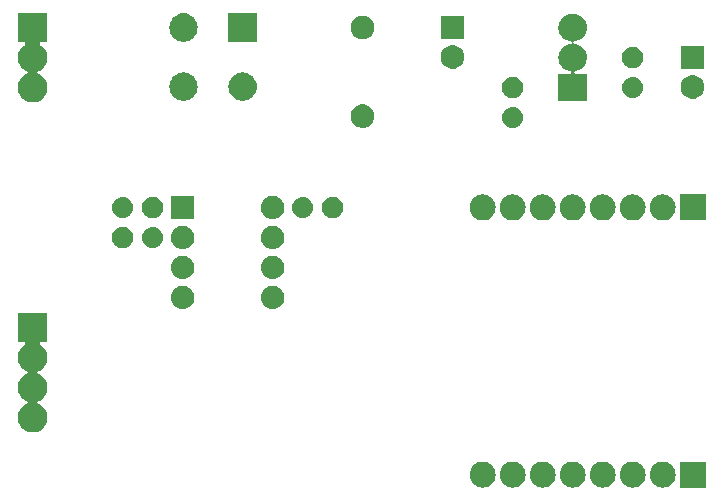
<source format=gbr>
G04 #@! TF.GenerationSoftware,KiCad,Pcbnew,(5.0.1-3-g963ef8bb5)*
G04 #@! TF.CreationDate,2018-12-14T14:37:57+01:00*
G04 #@! TF.ProjectId,WifiDoorBell-D1-mini,57696669446F6F7242656C6C2D44312D,1*
G04 #@! TF.SameCoordinates,Original*
G04 #@! TF.FileFunction,Soldermask,Top*
G04 #@! TF.FilePolarity,Negative*
%FSLAX46Y46*%
G04 Gerber Fmt 4.6, Leading zero omitted, Abs format (unit mm)*
G04 Created by KiCad (PCBNEW (5.0.1-3-g963ef8bb5)) date Freitag, 14. Dezember 2018 um 14:37:57*
%MOMM*%
%LPD*%
G01*
G04 APERTURE LIST*
%ADD10C,0.100000*%
G04 APERTURE END LIST*
D10*
G36*
X120480000Y-120230696D02*
X118280000Y-120230696D01*
X118280000Y-118030696D01*
X120480000Y-118030696D01*
X120480000Y-120230696D01*
X120480000Y-120230696D01*
G37*
G36*
X117055639Y-118046612D02*
X117262986Y-118109511D01*
X117262988Y-118109512D01*
X117454084Y-118211654D01*
X117621581Y-118349115D01*
X117759042Y-118516612D01*
X117861184Y-118707708D01*
X117924084Y-118915058D01*
X117945322Y-119130696D01*
X117924084Y-119346334D01*
X117861184Y-119553684D01*
X117759042Y-119744780D01*
X117621581Y-119912277D01*
X117454084Y-120049738D01*
X117262988Y-120151880D01*
X117262986Y-120151881D01*
X117055639Y-120214780D01*
X116894038Y-120230696D01*
X116785962Y-120230696D01*
X116624361Y-120214780D01*
X116417014Y-120151881D01*
X116417012Y-120151880D01*
X116225916Y-120049738D01*
X116058419Y-119912277D01*
X115920958Y-119744780D01*
X115818816Y-119553684D01*
X115755916Y-119346334D01*
X115734678Y-119130696D01*
X115755916Y-118915058D01*
X115818816Y-118707708D01*
X115920958Y-118516612D01*
X116058419Y-118349115D01*
X116225916Y-118211654D01*
X116417012Y-118109512D01*
X116417014Y-118109511D01*
X116624361Y-118046612D01*
X116785962Y-118030696D01*
X116894038Y-118030696D01*
X117055639Y-118046612D01*
X117055639Y-118046612D01*
G37*
G36*
X114515639Y-118046612D02*
X114722986Y-118109511D01*
X114722988Y-118109512D01*
X114914084Y-118211654D01*
X115081581Y-118349115D01*
X115219042Y-118516612D01*
X115321184Y-118707708D01*
X115384084Y-118915058D01*
X115405322Y-119130696D01*
X115384084Y-119346334D01*
X115321184Y-119553684D01*
X115219042Y-119744780D01*
X115081581Y-119912277D01*
X114914084Y-120049738D01*
X114722988Y-120151880D01*
X114722986Y-120151881D01*
X114515639Y-120214780D01*
X114354038Y-120230696D01*
X114245962Y-120230696D01*
X114084361Y-120214780D01*
X113877014Y-120151881D01*
X113877012Y-120151880D01*
X113685916Y-120049738D01*
X113518419Y-119912277D01*
X113380958Y-119744780D01*
X113278816Y-119553684D01*
X113215916Y-119346334D01*
X113194678Y-119130696D01*
X113215916Y-118915058D01*
X113278816Y-118707708D01*
X113380958Y-118516612D01*
X113518419Y-118349115D01*
X113685916Y-118211654D01*
X113877012Y-118109512D01*
X113877014Y-118109511D01*
X114084361Y-118046612D01*
X114245962Y-118030696D01*
X114354038Y-118030696D01*
X114515639Y-118046612D01*
X114515639Y-118046612D01*
G37*
G36*
X111975639Y-118046612D02*
X112182986Y-118109511D01*
X112182988Y-118109512D01*
X112374084Y-118211654D01*
X112541581Y-118349115D01*
X112679042Y-118516612D01*
X112781184Y-118707708D01*
X112844084Y-118915058D01*
X112865322Y-119130696D01*
X112844084Y-119346334D01*
X112781184Y-119553684D01*
X112679042Y-119744780D01*
X112541581Y-119912277D01*
X112374084Y-120049738D01*
X112182988Y-120151880D01*
X112182986Y-120151881D01*
X111975639Y-120214780D01*
X111814038Y-120230696D01*
X111705962Y-120230696D01*
X111544361Y-120214780D01*
X111337014Y-120151881D01*
X111337012Y-120151880D01*
X111145916Y-120049738D01*
X110978419Y-119912277D01*
X110840958Y-119744780D01*
X110738816Y-119553684D01*
X110675916Y-119346334D01*
X110654678Y-119130696D01*
X110675916Y-118915058D01*
X110738816Y-118707708D01*
X110840958Y-118516612D01*
X110978419Y-118349115D01*
X111145916Y-118211654D01*
X111337012Y-118109512D01*
X111337014Y-118109511D01*
X111544361Y-118046612D01*
X111705962Y-118030696D01*
X111814038Y-118030696D01*
X111975639Y-118046612D01*
X111975639Y-118046612D01*
G37*
G36*
X109435639Y-118046612D02*
X109642986Y-118109511D01*
X109642988Y-118109512D01*
X109834084Y-118211654D01*
X110001581Y-118349115D01*
X110139042Y-118516612D01*
X110241184Y-118707708D01*
X110304084Y-118915058D01*
X110325322Y-119130696D01*
X110304084Y-119346334D01*
X110241184Y-119553684D01*
X110139042Y-119744780D01*
X110001581Y-119912277D01*
X109834084Y-120049738D01*
X109642988Y-120151880D01*
X109642986Y-120151881D01*
X109435639Y-120214780D01*
X109274038Y-120230696D01*
X109165962Y-120230696D01*
X109004361Y-120214780D01*
X108797014Y-120151881D01*
X108797012Y-120151880D01*
X108605916Y-120049738D01*
X108438419Y-119912277D01*
X108300958Y-119744780D01*
X108198816Y-119553684D01*
X108135916Y-119346334D01*
X108114678Y-119130696D01*
X108135916Y-118915058D01*
X108198816Y-118707708D01*
X108300958Y-118516612D01*
X108438419Y-118349115D01*
X108605916Y-118211654D01*
X108797012Y-118109512D01*
X108797014Y-118109511D01*
X109004361Y-118046612D01*
X109165962Y-118030696D01*
X109274038Y-118030696D01*
X109435639Y-118046612D01*
X109435639Y-118046612D01*
G37*
G36*
X106895639Y-118046612D02*
X107102986Y-118109511D01*
X107102988Y-118109512D01*
X107294084Y-118211654D01*
X107461581Y-118349115D01*
X107599042Y-118516612D01*
X107701184Y-118707708D01*
X107764084Y-118915058D01*
X107785322Y-119130696D01*
X107764084Y-119346334D01*
X107701184Y-119553684D01*
X107599042Y-119744780D01*
X107461581Y-119912277D01*
X107294084Y-120049738D01*
X107102988Y-120151880D01*
X107102986Y-120151881D01*
X106895639Y-120214780D01*
X106734038Y-120230696D01*
X106625962Y-120230696D01*
X106464361Y-120214780D01*
X106257014Y-120151881D01*
X106257012Y-120151880D01*
X106065916Y-120049738D01*
X105898419Y-119912277D01*
X105760958Y-119744780D01*
X105658816Y-119553684D01*
X105595916Y-119346334D01*
X105574678Y-119130696D01*
X105595916Y-118915058D01*
X105658816Y-118707708D01*
X105760958Y-118516612D01*
X105898419Y-118349115D01*
X106065916Y-118211654D01*
X106257012Y-118109512D01*
X106257014Y-118109511D01*
X106464361Y-118046612D01*
X106625962Y-118030696D01*
X106734038Y-118030696D01*
X106895639Y-118046612D01*
X106895639Y-118046612D01*
G37*
G36*
X104355639Y-118046612D02*
X104562986Y-118109511D01*
X104562988Y-118109512D01*
X104754084Y-118211654D01*
X104921581Y-118349115D01*
X105059042Y-118516612D01*
X105161184Y-118707708D01*
X105224084Y-118915058D01*
X105245322Y-119130696D01*
X105224084Y-119346334D01*
X105161184Y-119553684D01*
X105059042Y-119744780D01*
X104921581Y-119912277D01*
X104754084Y-120049738D01*
X104562988Y-120151880D01*
X104562986Y-120151881D01*
X104355639Y-120214780D01*
X104194038Y-120230696D01*
X104085962Y-120230696D01*
X103924361Y-120214780D01*
X103717014Y-120151881D01*
X103717012Y-120151880D01*
X103525916Y-120049738D01*
X103358419Y-119912277D01*
X103220958Y-119744780D01*
X103118816Y-119553684D01*
X103055916Y-119346334D01*
X103034678Y-119130696D01*
X103055916Y-118915058D01*
X103118816Y-118707708D01*
X103220958Y-118516612D01*
X103358419Y-118349115D01*
X103525916Y-118211654D01*
X103717012Y-118109512D01*
X103717014Y-118109511D01*
X103924361Y-118046612D01*
X104085962Y-118030696D01*
X104194038Y-118030696D01*
X104355639Y-118046612D01*
X104355639Y-118046612D01*
G37*
G36*
X101815639Y-118046612D02*
X102022986Y-118109511D01*
X102022988Y-118109512D01*
X102214084Y-118211654D01*
X102381581Y-118349115D01*
X102519042Y-118516612D01*
X102621184Y-118707708D01*
X102684084Y-118915058D01*
X102705322Y-119130696D01*
X102684084Y-119346334D01*
X102621184Y-119553684D01*
X102519042Y-119744780D01*
X102381581Y-119912277D01*
X102214084Y-120049738D01*
X102022988Y-120151880D01*
X102022986Y-120151881D01*
X101815639Y-120214780D01*
X101654038Y-120230696D01*
X101545962Y-120230696D01*
X101384361Y-120214780D01*
X101177014Y-120151881D01*
X101177012Y-120151880D01*
X100985916Y-120049738D01*
X100818419Y-119912277D01*
X100680958Y-119744780D01*
X100578816Y-119553684D01*
X100515916Y-119346334D01*
X100494678Y-119130696D01*
X100515916Y-118915058D01*
X100578816Y-118707708D01*
X100680958Y-118516612D01*
X100818419Y-118349115D01*
X100985916Y-118211654D01*
X101177012Y-118109512D01*
X101177014Y-118109511D01*
X101384361Y-118046612D01*
X101545962Y-118030696D01*
X101654038Y-118030696D01*
X101815639Y-118046612D01*
X101815639Y-118046612D01*
G37*
G36*
X64750000Y-107930000D02*
X64231389Y-107930000D01*
X64207003Y-107932402D01*
X64183554Y-107939515D01*
X64161943Y-107951066D01*
X64143001Y-107966612D01*
X64127455Y-107985554D01*
X64115904Y-108007165D01*
X64108791Y-108030614D01*
X64106389Y-108055000D01*
X64108791Y-108079386D01*
X64115904Y-108102835D01*
X64127455Y-108124446D01*
X64143001Y-108143388D01*
X64161942Y-108158934D01*
X64296832Y-108249065D01*
X64470936Y-108423169D01*
X64607736Y-108627904D01*
X64701963Y-108855388D01*
X64750000Y-109096885D01*
X64750000Y-109343115D01*
X64701963Y-109584612D01*
X64607736Y-109812096D01*
X64470936Y-110016831D01*
X64296831Y-110190936D01*
X64092096Y-110327736D01*
X63979161Y-110374515D01*
X63957550Y-110386066D01*
X63938608Y-110401611D01*
X63923062Y-110420554D01*
X63911511Y-110442164D01*
X63904398Y-110465613D01*
X63901996Y-110490000D01*
X63904398Y-110514386D01*
X63911511Y-110537835D01*
X63923062Y-110559446D01*
X63938607Y-110578388D01*
X63957550Y-110593934D01*
X63979161Y-110605485D01*
X64092096Y-110652264D01*
X64296831Y-110789064D01*
X64470936Y-110963169D01*
X64607736Y-111167904D01*
X64701963Y-111395388D01*
X64750000Y-111636885D01*
X64750000Y-111883115D01*
X64701963Y-112124612D01*
X64607736Y-112352096D01*
X64470936Y-112556831D01*
X64296831Y-112730936D01*
X64092096Y-112867736D01*
X63979161Y-112914515D01*
X63957550Y-112926066D01*
X63938608Y-112941611D01*
X63923062Y-112960554D01*
X63911511Y-112982164D01*
X63904398Y-113005613D01*
X63901996Y-113030000D01*
X63904398Y-113054386D01*
X63911511Y-113077835D01*
X63923062Y-113099446D01*
X63938607Y-113118388D01*
X63957550Y-113133934D01*
X63979161Y-113145485D01*
X64092096Y-113192264D01*
X64296831Y-113329064D01*
X64470936Y-113503169D01*
X64607736Y-113707904D01*
X64701963Y-113935388D01*
X64750000Y-114176885D01*
X64750000Y-114423115D01*
X64701963Y-114664612D01*
X64607736Y-114892096D01*
X64470936Y-115096831D01*
X64296831Y-115270936D01*
X64092096Y-115407736D01*
X63864612Y-115501963D01*
X63623115Y-115550000D01*
X63376885Y-115550000D01*
X63135388Y-115501963D01*
X62907904Y-115407736D01*
X62703169Y-115270936D01*
X62529064Y-115096831D01*
X62392264Y-114892096D01*
X62298037Y-114664612D01*
X62250000Y-114423115D01*
X62250000Y-114176885D01*
X62298037Y-113935388D01*
X62392264Y-113707904D01*
X62529064Y-113503169D01*
X62703169Y-113329064D01*
X62907904Y-113192264D01*
X63020839Y-113145485D01*
X63042450Y-113133934D01*
X63061392Y-113118389D01*
X63076938Y-113099446D01*
X63088489Y-113077836D01*
X63095602Y-113054387D01*
X63098004Y-113030000D01*
X63095602Y-113005614D01*
X63088489Y-112982165D01*
X63076938Y-112960554D01*
X63061393Y-112941612D01*
X63042450Y-112926066D01*
X63020839Y-112914515D01*
X62907904Y-112867736D01*
X62703169Y-112730936D01*
X62529064Y-112556831D01*
X62392264Y-112352096D01*
X62298037Y-112124612D01*
X62250000Y-111883115D01*
X62250000Y-111636885D01*
X62298037Y-111395388D01*
X62392264Y-111167904D01*
X62529064Y-110963169D01*
X62703169Y-110789064D01*
X62907904Y-110652264D01*
X63020839Y-110605485D01*
X63042450Y-110593934D01*
X63061392Y-110578389D01*
X63076938Y-110559446D01*
X63088489Y-110537836D01*
X63095602Y-110514387D01*
X63098004Y-110490000D01*
X63095602Y-110465614D01*
X63088489Y-110442165D01*
X63076938Y-110420554D01*
X63061393Y-110401612D01*
X63042450Y-110386066D01*
X63020839Y-110374515D01*
X62907904Y-110327736D01*
X62703169Y-110190936D01*
X62529064Y-110016831D01*
X62392264Y-109812096D01*
X62298037Y-109584612D01*
X62250000Y-109343115D01*
X62250000Y-109096885D01*
X62298037Y-108855388D01*
X62392264Y-108627904D01*
X62529064Y-108423169D01*
X62703168Y-108249065D01*
X62838058Y-108158934D01*
X62857000Y-108143388D01*
X62872545Y-108124446D01*
X62884096Y-108102835D01*
X62891209Y-108079386D01*
X62893611Y-108055000D01*
X62891209Y-108030613D01*
X62884096Y-108007164D01*
X62872545Y-107985553D01*
X62856999Y-107966611D01*
X62838057Y-107951066D01*
X62816446Y-107939515D01*
X62792997Y-107932402D01*
X62768611Y-107930000D01*
X62250000Y-107930000D01*
X62250000Y-105430000D01*
X64750000Y-105430000D01*
X64750000Y-107930000D01*
X64750000Y-107930000D01*
G37*
G36*
X84016030Y-103154469D02*
X84016033Y-103154470D01*
X84016034Y-103154470D01*
X84204535Y-103211651D01*
X84204537Y-103211652D01*
X84378260Y-103304509D01*
X84530528Y-103429472D01*
X84655491Y-103581740D01*
X84748348Y-103755463D01*
X84805531Y-103943970D01*
X84824838Y-104140000D01*
X84805531Y-104336030D01*
X84748348Y-104524537D01*
X84655491Y-104698260D01*
X84530528Y-104850528D01*
X84378260Y-104975491D01*
X84378258Y-104975492D01*
X84204535Y-105068349D01*
X84016034Y-105125530D01*
X84016033Y-105125530D01*
X84016030Y-105125531D01*
X83869124Y-105140000D01*
X83770876Y-105140000D01*
X83623970Y-105125531D01*
X83623967Y-105125530D01*
X83623966Y-105125530D01*
X83435465Y-105068349D01*
X83261742Y-104975492D01*
X83261740Y-104975491D01*
X83109472Y-104850528D01*
X82984509Y-104698260D01*
X82891652Y-104524537D01*
X82834469Y-104336030D01*
X82815162Y-104140000D01*
X82834469Y-103943970D01*
X82891652Y-103755463D01*
X82984509Y-103581740D01*
X83109472Y-103429472D01*
X83261740Y-103304509D01*
X83435463Y-103211652D01*
X83435465Y-103211651D01*
X83623966Y-103154470D01*
X83623967Y-103154470D01*
X83623970Y-103154469D01*
X83770876Y-103140000D01*
X83869124Y-103140000D01*
X84016030Y-103154469D01*
X84016030Y-103154469D01*
G37*
G36*
X76396030Y-103154469D02*
X76396033Y-103154470D01*
X76396034Y-103154470D01*
X76584535Y-103211651D01*
X76584537Y-103211652D01*
X76758260Y-103304509D01*
X76910528Y-103429472D01*
X77035491Y-103581740D01*
X77128348Y-103755463D01*
X77185531Y-103943970D01*
X77204838Y-104140000D01*
X77185531Y-104336030D01*
X77128348Y-104524537D01*
X77035491Y-104698260D01*
X76910528Y-104850528D01*
X76758260Y-104975491D01*
X76758258Y-104975492D01*
X76584535Y-105068349D01*
X76396034Y-105125530D01*
X76396033Y-105125530D01*
X76396030Y-105125531D01*
X76249124Y-105140000D01*
X76150876Y-105140000D01*
X76003970Y-105125531D01*
X76003967Y-105125530D01*
X76003966Y-105125530D01*
X75815465Y-105068349D01*
X75641742Y-104975492D01*
X75641740Y-104975491D01*
X75489472Y-104850528D01*
X75364509Y-104698260D01*
X75271652Y-104524537D01*
X75214469Y-104336030D01*
X75195162Y-104140000D01*
X75214469Y-103943970D01*
X75271652Y-103755463D01*
X75364509Y-103581740D01*
X75489472Y-103429472D01*
X75641740Y-103304509D01*
X75815463Y-103211652D01*
X75815465Y-103211651D01*
X76003966Y-103154470D01*
X76003967Y-103154470D01*
X76003970Y-103154469D01*
X76150876Y-103140000D01*
X76249124Y-103140000D01*
X76396030Y-103154469D01*
X76396030Y-103154469D01*
G37*
G36*
X84016030Y-100614469D02*
X84016033Y-100614470D01*
X84016034Y-100614470D01*
X84204535Y-100671651D01*
X84204537Y-100671652D01*
X84378260Y-100764509D01*
X84530528Y-100889472D01*
X84655491Y-101041740D01*
X84748348Y-101215463D01*
X84805531Y-101403970D01*
X84824838Y-101600000D01*
X84805531Y-101796030D01*
X84748348Y-101984537D01*
X84655491Y-102158260D01*
X84530528Y-102310528D01*
X84378260Y-102435491D01*
X84378258Y-102435492D01*
X84204535Y-102528349D01*
X84016034Y-102585530D01*
X84016033Y-102585530D01*
X84016030Y-102585531D01*
X83869124Y-102600000D01*
X83770876Y-102600000D01*
X83623970Y-102585531D01*
X83623967Y-102585530D01*
X83623966Y-102585530D01*
X83435465Y-102528349D01*
X83261742Y-102435492D01*
X83261740Y-102435491D01*
X83109472Y-102310528D01*
X82984509Y-102158260D01*
X82891652Y-101984537D01*
X82834469Y-101796030D01*
X82815162Y-101600000D01*
X82834469Y-101403970D01*
X82891652Y-101215463D01*
X82984509Y-101041740D01*
X83109472Y-100889472D01*
X83261740Y-100764509D01*
X83435463Y-100671652D01*
X83435465Y-100671651D01*
X83623966Y-100614470D01*
X83623967Y-100614470D01*
X83623970Y-100614469D01*
X83770876Y-100600000D01*
X83869124Y-100600000D01*
X84016030Y-100614469D01*
X84016030Y-100614469D01*
G37*
G36*
X76396030Y-100614469D02*
X76396033Y-100614470D01*
X76396034Y-100614470D01*
X76584535Y-100671651D01*
X76584537Y-100671652D01*
X76758260Y-100764509D01*
X76910528Y-100889472D01*
X77035491Y-101041740D01*
X77128348Y-101215463D01*
X77185531Y-101403970D01*
X77204838Y-101600000D01*
X77185531Y-101796030D01*
X77128348Y-101984537D01*
X77035491Y-102158260D01*
X76910528Y-102310528D01*
X76758260Y-102435491D01*
X76758258Y-102435492D01*
X76584535Y-102528349D01*
X76396034Y-102585530D01*
X76396033Y-102585530D01*
X76396030Y-102585531D01*
X76249124Y-102600000D01*
X76150876Y-102600000D01*
X76003970Y-102585531D01*
X76003967Y-102585530D01*
X76003966Y-102585530D01*
X75815465Y-102528349D01*
X75641742Y-102435492D01*
X75641740Y-102435491D01*
X75489472Y-102310528D01*
X75364509Y-102158260D01*
X75271652Y-101984537D01*
X75214469Y-101796030D01*
X75195162Y-101600000D01*
X75214469Y-101403970D01*
X75271652Y-101215463D01*
X75364509Y-101041740D01*
X75489472Y-100889472D01*
X75641740Y-100764509D01*
X75815463Y-100671652D01*
X75815465Y-100671651D01*
X76003966Y-100614470D01*
X76003967Y-100614470D01*
X76003970Y-100614469D01*
X76150876Y-100600000D01*
X76249124Y-100600000D01*
X76396030Y-100614469D01*
X76396030Y-100614469D01*
G37*
G36*
X84016030Y-98074469D02*
X84016033Y-98074470D01*
X84016034Y-98074470D01*
X84204535Y-98131651D01*
X84204537Y-98131652D01*
X84378260Y-98224509D01*
X84530528Y-98349472D01*
X84655491Y-98501740D01*
X84655492Y-98501742D01*
X84748349Y-98675465D01*
X84805530Y-98863966D01*
X84805531Y-98863970D01*
X84824838Y-99060000D01*
X84805531Y-99256030D01*
X84805530Y-99256033D01*
X84805530Y-99256034D01*
X84785362Y-99322520D01*
X84748348Y-99444537D01*
X84655491Y-99618260D01*
X84530528Y-99770528D01*
X84378260Y-99895491D01*
X84281935Y-99946978D01*
X84204535Y-99988349D01*
X84016034Y-100045530D01*
X84016033Y-100045530D01*
X84016030Y-100045531D01*
X83869124Y-100060000D01*
X83770876Y-100060000D01*
X83623970Y-100045531D01*
X83623967Y-100045530D01*
X83623966Y-100045530D01*
X83435465Y-99988349D01*
X83358065Y-99946978D01*
X83261740Y-99895491D01*
X83109472Y-99770528D01*
X82984509Y-99618260D01*
X82891652Y-99444537D01*
X82854639Y-99322520D01*
X82834470Y-99256034D01*
X82834470Y-99256033D01*
X82834469Y-99256030D01*
X82815162Y-99060000D01*
X82834469Y-98863970D01*
X82834470Y-98863966D01*
X82891651Y-98675465D01*
X82984508Y-98501742D01*
X82984509Y-98501740D01*
X83109472Y-98349472D01*
X83261740Y-98224509D01*
X83435463Y-98131652D01*
X83435465Y-98131651D01*
X83623966Y-98074470D01*
X83623967Y-98074470D01*
X83623970Y-98074469D01*
X83770876Y-98060000D01*
X83869124Y-98060000D01*
X84016030Y-98074469D01*
X84016030Y-98074469D01*
G37*
G36*
X76396030Y-98074469D02*
X76396033Y-98074470D01*
X76396034Y-98074470D01*
X76584535Y-98131651D01*
X76584537Y-98131652D01*
X76758260Y-98224509D01*
X76910528Y-98349472D01*
X77035491Y-98501740D01*
X77035492Y-98501742D01*
X77128349Y-98675465D01*
X77185530Y-98863966D01*
X77185531Y-98863970D01*
X77204838Y-99060000D01*
X77185531Y-99256030D01*
X77185530Y-99256033D01*
X77185530Y-99256034D01*
X77165362Y-99322520D01*
X77128348Y-99444537D01*
X77035491Y-99618260D01*
X76910528Y-99770528D01*
X76758260Y-99895491D01*
X76661935Y-99946978D01*
X76584535Y-99988349D01*
X76396034Y-100045530D01*
X76396033Y-100045530D01*
X76396030Y-100045531D01*
X76249124Y-100060000D01*
X76150876Y-100060000D01*
X76003970Y-100045531D01*
X76003967Y-100045530D01*
X76003966Y-100045530D01*
X75815465Y-99988349D01*
X75738065Y-99946978D01*
X75641740Y-99895491D01*
X75489472Y-99770528D01*
X75364509Y-99618260D01*
X75271652Y-99444537D01*
X75234639Y-99322520D01*
X75214470Y-99256034D01*
X75214470Y-99256033D01*
X75214469Y-99256030D01*
X75195162Y-99060000D01*
X75214469Y-98863970D01*
X75214470Y-98863966D01*
X75271651Y-98675465D01*
X75364508Y-98501742D01*
X75364509Y-98501740D01*
X75489472Y-98349472D01*
X75641740Y-98224509D01*
X75815463Y-98131652D01*
X75815465Y-98131651D01*
X76003966Y-98074470D01*
X76003967Y-98074470D01*
X76003970Y-98074469D01*
X76150876Y-98060000D01*
X76249124Y-98060000D01*
X76396030Y-98074469D01*
X76396030Y-98074469D01*
G37*
G36*
X73836432Y-98173022D02*
X74006081Y-98224485D01*
X74162433Y-98308056D01*
X74299475Y-98420525D01*
X74411944Y-98557567D01*
X74495515Y-98713919D01*
X74546978Y-98883568D01*
X74564354Y-99060000D01*
X74546978Y-99236432D01*
X74495515Y-99406081D01*
X74411944Y-99562433D01*
X74299475Y-99699475D01*
X74162433Y-99811944D01*
X74006081Y-99895515D01*
X73836432Y-99946978D01*
X73704211Y-99960000D01*
X73615789Y-99960000D01*
X73483568Y-99946978D01*
X73313919Y-99895515D01*
X73157567Y-99811944D01*
X73020525Y-99699475D01*
X72908056Y-99562433D01*
X72824485Y-99406081D01*
X72773022Y-99236432D01*
X72755646Y-99060000D01*
X72773022Y-98883568D01*
X72824485Y-98713919D01*
X72908056Y-98557567D01*
X73020525Y-98420525D01*
X73157567Y-98308056D01*
X73313919Y-98224485D01*
X73483568Y-98173022D01*
X73615789Y-98160000D01*
X73704211Y-98160000D01*
X73836432Y-98173022D01*
X73836432Y-98173022D01*
G37*
G36*
X71382521Y-98194586D02*
X71546309Y-98262429D01*
X71693720Y-98360926D01*
X71819074Y-98486280D01*
X71917571Y-98633691D01*
X71985414Y-98797479D01*
X72020000Y-98971356D01*
X72020000Y-99148644D01*
X71985414Y-99322521D01*
X71917571Y-99486309D01*
X71819074Y-99633720D01*
X71693720Y-99759074D01*
X71546309Y-99857571D01*
X71382521Y-99925414D01*
X71208644Y-99960000D01*
X71031356Y-99960000D01*
X70857479Y-99925414D01*
X70693691Y-99857571D01*
X70546280Y-99759074D01*
X70420926Y-99633720D01*
X70322429Y-99486309D01*
X70254586Y-99322521D01*
X70220000Y-99148644D01*
X70220000Y-98971356D01*
X70254586Y-98797479D01*
X70322429Y-98633691D01*
X70420926Y-98486280D01*
X70546280Y-98360926D01*
X70693691Y-98262429D01*
X70857479Y-98194586D01*
X71031356Y-98160000D01*
X71208644Y-98160000D01*
X71382521Y-98194586D01*
X71382521Y-98194586D01*
G37*
G36*
X111975639Y-95435916D02*
X112182986Y-95498815D01*
X112182988Y-95498816D01*
X112374084Y-95600958D01*
X112541581Y-95738419D01*
X112679042Y-95905916D01*
X112779408Y-96093690D01*
X112781185Y-96097014D01*
X112844084Y-96304361D01*
X112865322Y-96520000D01*
X112844084Y-96735639D01*
X112792849Y-96904537D01*
X112781184Y-96942988D01*
X112679042Y-97134084D01*
X112541581Y-97301581D01*
X112374084Y-97439042D01*
X112182988Y-97541184D01*
X112182986Y-97541185D01*
X111975639Y-97604084D01*
X111814038Y-97620000D01*
X111705962Y-97620000D01*
X111544361Y-97604084D01*
X111337014Y-97541185D01*
X111337012Y-97541184D01*
X111145916Y-97439042D01*
X110978419Y-97301581D01*
X110840958Y-97134084D01*
X110738816Y-96942988D01*
X110727152Y-96904537D01*
X110675916Y-96735639D01*
X110654678Y-96520000D01*
X110675916Y-96304361D01*
X110738815Y-96097014D01*
X110740592Y-96093690D01*
X110840958Y-95905916D01*
X110978419Y-95738419D01*
X111145916Y-95600958D01*
X111337012Y-95498816D01*
X111337014Y-95498815D01*
X111544361Y-95435916D01*
X111705962Y-95420000D01*
X111814038Y-95420000D01*
X111975639Y-95435916D01*
X111975639Y-95435916D01*
G37*
G36*
X120480000Y-97620000D02*
X118280000Y-97620000D01*
X118280000Y-95420000D01*
X120480000Y-95420000D01*
X120480000Y-97620000D01*
X120480000Y-97620000D01*
G37*
G36*
X117055639Y-95435916D02*
X117262986Y-95498815D01*
X117262988Y-95498816D01*
X117454084Y-95600958D01*
X117621581Y-95738419D01*
X117759042Y-95905916D01*
X117859408Y-96093690D01*
X117861185Y-96097014D01*
X117924084Y-96304361D01*
X117945322Y-96520000D01*
X117924084Y-96735639D01*
X117872849Y-96904537D01*
X117861184Y-96942988D01*
X117759042Y-97134084D01*
X117621581Y-97301581D01*
X117454084Y-97439042D01*
X117262988Y-97541184D01*
X117262986Y-97541185D01*
X117055639Y-97604084D01*
X116894038Y-97620000D01*
X116785962Y-97620000D01*
X116624361Y-97604084D01*
X116417014Y-97541185D01*
X116417012Y-97541184D01*
X116225916Y-97439042D01*
X116058419Y-97301581D01*
X115920958Y-97134084D01*
X115818816Y-96942988D01*
X115807152Y-96904537D01*
X115755916Y-96735639D01*
X115734678Y-96520000D01*
X115755916Y-96304361D01*
X115818815Y-96097014D01*
X115820592Y-96093690D01*
X115920958Y-95905916D01*
X116058419Y-95738419D01*
X116225916Y-95600958D01*
X116417012Y-95498816D01*
X116417014Y-95498815D01*
X116624361Y-95435916D01*
X116785962Y-95420000D01*
X116894038Y-95420000D01*
X117055639Y-95435916D01*
X117055639Y-95435916D01*
G37*
G36*
X114515639Y-95435916D02*
X114722986Y-95498815D01*
X114722988Y-95498816D01*
X114914084Y-95600958D01*
X115081581Y-95738419D01*
X115219042Y-95905916D01*
X115319408Y-96093690D01*
X115321185Y-96097014D01*
X115384084Y-96304361D01*
X115405322Y-96520000D01*
X115384084Y-96735639D01*
X115332849Y-96904537D01*
X115321184Y-96942988D01*
X115219042Y-97134084D01*
X115081581Y-97301581D01*
X114914084Y-97439042D01*
X114722988Y-97541184D01*
X114722986Y-97541185D01*
X114515639Y-97604084D01*
X114354038Y-97620000D01*
X114245962Y-97620000D01*
X114084361Y-97604084D01*
X113877014Y-97541185D01*
X113877012Y-97541184D01*
X113685916Y-97439042D01*
X113518419Y-97301581D01*
X113380958Y-97134084D01*
X113278816Y-96942988D01*
X113267152Y-96904537D01*
X113215916Y-96735639D01*
X113194678Y-96520000D01*
X113215916Y-96304361D01*
X113278815Y-96097014D01*
X113280592Y-96093690D01*
X113380958Y-95905916D01*
X113518419Y-95738419D01*
X113685916Y-95600958D01*
X113877012Y-95498816D01*
X113877014Y-95498815D01*
X114084361Y-95435916D01*
X114245962Y-95420000D01*
X114354038Y-95420000D01*
X114515639Y-95435916D01*
X114515639Y-95435916D01*
G37*
G36*
X109435639Y-95435916D02*
X109642986Y-95498815D01*
X109642988Y-95498816D01*
X109834084Y-95600958D01*
X110001581Y-95738419D01*
X110139042Y-95905916D01*
X110239408Y-96093690D01*
X110241185Y-96097014D01*
X110304084Y-96304361D01*
X110325322Y-96520000D01*
X110304084Y-96735639D01*
X110252849Y-96904537D01*
X110241184Y-96942988D01*
X110139042Y-97134084D01*
X110001581Y-97301581D01*
X109834084Y-97439042D01*
X109642988Y-97541184D01*
X109642986Y-97541185D01*
X109435639Y-97604084D01*
X109274038Y-97620000D01*
X109165962Y-97620000D01*
X109004361Y-97604084D01*
X108797014Y-97541185D01*
X108797012Y-97541184D01*
X108605916Y-97439042D01*
X108438419Y-97301581D01*
X108300958Y-97134084D01*
X108198816Y-96942988D01*
X108187152Y-96904537D01*
X108135916Y-96735639D01*
X108114678Y-96520000D01*
X108135916Y-96304361D01*
X108198815Y-96097014D01*
X108200592Y-96093690D01*
X108300958Y-95905916D01*
X108438419Y-95738419D01*
X108605916Y-95600958D01*
X108797012Y-95498816D01*
X108797014Y-95498815D01*
X109004361Y-95435916D01*
X109165962Y-95420000D01*
X109274038Y-95420000D01*
X109435639Y-95435916D01*
X109435639Y-95435916D01*
G37*
G36*
X106895639Y-95435916D02*
X107102986Y-95498815D01*
X107102988Y-95498816D01*
X107294084Y-95600958D01*
X107461581Y-95738419D01*
X107599042Y-95905916D01*
X107699408Y-96093690D01*
X107701185Y-96097014D01*
X107764084Y-96304361D01*
X107785322Y-96520000D01*
X107764084Y-96735639D01*
X107712849Y-96904537D01*
X107701184Y-96942988D01*
X107599042Y-97134084D01*
X107461581Y-97301581D01*
X107294084Y-97439042D01*
X107102988Y-97541184D01*
X107102986Y-97541185D01*
X106895639Y-97604084D01*
X106734038Y-97620000D01*
X106625962Y-97620000D01*
X106464361Y-97604084D01*
X106257014Y-97541185D01*
X106257012Y-97541184D01*
X106065916Y-97439042D01*
X105898419Y-97301581D01*
X105760958Y-97134084D01*
X105658816Y-96942988D01*
X105647152Y-96904537D01*
X105595916Y-96735639D01*
X105574678Y-96520000D01*
X105595916Y-96304361D01*
X105658815Y-96097014D01*
X105660592Y-96093690D01*
X105760958Y-95905916D01*
X105898419Y-95738419D01*
X106065916Y-95600958D01*
X106257012Y-95498816D01*
X106257014Y-95498815D01*
X106464361Y-95435916D01*
X106625962Y-95420000D01*
X106734038Y-95420000D01*
X106895639Y-95435916D01*
X106895639Y-95435916D01*
G37*
G36*
X104355639Y-95435916D02*
X104562986Y-95498815D01*
X104562988Y-95498816D01*
X104754084Y-95600958D01*
X104921581Y-95738419D01*
X105059042Y-95905916D01*
X105159408Y-96093690D01*
X105161185Y-96097014D01*
X105224084Y-96304361D01*
X105245322Y-96520000D01*
X105224084Y-96735639D01*
X105172849Y-96904537D01*
X105161184Y-96942988D01*
X105059042Y-97134084D01*
X104921581Y-97301581D01*
X104754084Y-97439042D01*
X104562988Y-97541184D01*
X104562986Y-97541185D01*
X104355639Y-97604084D01*
X104194038Y-97620000D01*
X104085962Y-97620000D01*
X103924361Y-97604084D01*
X103717014Y-97541185D01*
X103717012Y-97541184D01*
X103525916Y-97439042D01*
X103358419Y-97301581D01*
X103220958Y-97134084D01*
X103118816Y-96942988D01*
X103107152Y-96904537D01*
X103055916Y-96735639D01*
X103034678Y-96520000D01*
X103055916Y-96304361D01*
X103118815Y-96097014D01*
X103120592Y-96093690D01*
X103220958Y-95905916D01*
X103358419Y-95738419D01*
X103525916Y-95600958D01*
X103717012Y-95498816D01*
X103717014Y-95498815D01*
X103924361Y-95435916D01*
X104085962Y-95420000D01*
X104194038Y-95420000D01*
X104355639Y-95435916D01*
X104355639Y-95435916D01*
G37*
G36*
X101815639Y-95435916D02*
X102022986Y-95498815D01*
X102022988Y-95498816D01*
X102214084Y-95600958D01*
X102381581Y-95738419D01*
X102519042Y-95905916D01*
X102619408Y-96093690D01*
X102621185Y-96097014D01*
X102684084Y-96304361D01*
X102705322Y-96520000D01*
X102684084Y-96735639D01*
X102632849Y-96904537D01*
X102621184Y-96942988D01*
X102519042Y-97134084D01*
X102381581Y-97301581D01*
X102214084Y-97439042D01*
X102022988Y-97541184D01*
X102022986Y-97541185D01*
X101815639Y-97604084D01*
X101654038Y-97620000D01*
X101545962Y-97620000D01*
X101384361Y-97604084D01*
X101177014Y-97541185D01*
X101177012Y-97541184D01*
X100985916Y-97439042D01*
X100818419Y-97301581D01*
X100680958Y-97134084D01*
X100578816Y-96942988D01*
X100567152Y-96904537D01*
X100515916Y-96735639D01*
X100494678Y-96520000D01*
X100515916Y-96304361D01*
X100578815Y-96097014D01*
X100580592Y-96093690D01*
X100680958Y-95905916D01*
X100818419Y-95738419D01*
X100985916Y-95600958D01*
X101177012Y-95498816D01*
X101177014Y-95498815D01*
X101384361Y-95435916D01*
X101545962Y-95420000D01*
X101654038Y-95420000D01*
X101815639Y-95435916D01*
X101815639Y-95435916D01*
G37*
G36*
X77200000Y-97520000D02*
X75200000Y-97520000D01*
X75200000Y-95520000D01*
X77200000Y-95520000D01*
X77200000Y-97520000D01*
X77200000Y-97520000D01*
G37*
G36*
X84016030Y-95534469D02*
X84016033Y-95534470D01*
X84016034Y-95534470D01*
X84204535Y-95591651D01*
X84204537Y-95591652D01*
X84378260Y-95684509D01*
X84530528Y-95809472D01*
X84655491Y-95961740D01*
X84748348Y-96135463D01*
X84748349Y-96135465D01*
X84799583Y-96304361D01*
X84805531Y-96323970D01*
X84824838Y-96520000D01*
X84805531Y-96716030D01*
X84805530Y-96716033D01*
X84805530Y-96716034D01*
X84785362Y-96782520D01*
X84748348Y-96904537D01*
X84655491Y-97078260D01*
X84530528Y-97230528D01*
X84378260Y-97355491D01*
X84281935Y-97406978D01*
X84204535Y-97448349D01*
X84016034Y-97505530D01*
X84016033Y-97505530D01*
X84016030Y-97505531D01*
X83869124Y-97520000D01*
X83770876Y-97520000D01*
X83623970Y-97505531D01*
X83623967Y-97505530D01*
X83623966Y-97505530D01*
X83435465Y-97448349D01*
X83358065Y-97406978D01*
X83261740Y-97355491D01*
X83109472Y-97230528D01*
X82984509Y-97078260D01*
X82891652Y-96904537D01*
X82854639Y-96782520D01*
X82834470Y-96716034D01*
X82834470Y-96716033D01*
X82834469Y-96716030D01*
X82815162Y-96520000D01*
X82834469Y-96323970D01*
X82840417Y-96304361D01*
X82891651Y-96135465D01*
X82891652Y-96135463D01*
X82984509Y-95961740D01*
X83109472Y-95809472D01*
X83261740Y-95684509D01*
X83435463Y-95591652D01*
X83435465Y-95591651D01*
X83623966Y-95534470D01*
X83623967Y-95534470D01*
X83623970Y-95534469D01*
X83770876Y-95520000D01*
X83869124Y-95520000D01*
X84016030Y-95534469D01*
X84016030Y-95534469D01*
G37*
G36*
X86536432Y-95633022D02*
X86706081Y-95684485D01*
X86862433Y-95768056D01*
X86999475Y-95880525D01*
X87111944Y-96017567D01*
X87195515Y-96173919D01*
X87246978Y-96343568D01*
X87264354Y-96520000D01*
X87246978Y-96696432D01*
X87195515Y-96866081D01*
X87111944Y-97022433D01*
X86999475Y-97159475D01*
X86862433Y-97271944D01*
X86706081Y-97355515D01*
X86536432Y-97406978D01*
X86404211Y-97420000D01*
X86315789Y-97420000D01*
X86183568Y-97406978D01*
X86013919Y-97355515D01*
X85857567Y-97271944D01*
X85720525Y-97159475D01*
X85608056Y-97022433D01*
X85524485Y-96866081D01*
X85473022Y-96696432D01*
X85455646Y-96520000D01*
X85473022Y-96343568D01*
X85524485Y-96173919D01*
X85608056Y-96017567D01*
X85720525Y-95880525D01*
X85857567Y-95768056D01*
X86013919Y-95684485D01*
X86183568Y-95633022D01*
X86315789Y-95620000D01*
X86404211Y-95620000D01*
X86536432Y-95633022D01*
X86536432Y-95633022D01*
G37*
G36*
X89162521Y-95654586D02*
X89326309Y-95722429D01*
X89473720Y-95820926D01*
X89599074Y-95946280D01*
X89697571Y-96093691D01*
X89765414Y-96257479D01*
X89800000Y-96431356D01*
X89800000Y-96608644D01*
X89765414Y-96782521D01*
X89697571Y-96946309D01*
X89599074Y-97093720D01*
X89473720Y-97219074D01*
X89326309Y-97317571D01*
X89162521Y-97385414D01*
X88988644Y-97420000D01*
X88811356Y-97420000D01*
X88637479Y-97385414D01*
X88473691Y-97317571D01*
X88326280Y-97219074D01*
X88200926Y-97093720D01*
X88102429Y-96946309D01*
X88034586Y-96782521D01*
X88000000Y-96608644D01*
X88000000Y-96431356D01*
X88034586Y-96257479D01*
X88102429Y-96093691D01*
X88200926Y-95946280D01*
X88326280Y-95820926D01*
X88473691Y-95722429D01*
X88637479Y-95654586D01*
X88811356Y-95620000D01*
X88988644Y-95620000D01*
X89162521Y-95654586D01*
X89162521Y-95654586D01*
G37*
G36*
X71296432Y-95633022D02*
X71466081Y-95684485D01*
X71622433Y-95768056D01*
X71759475Y-95880525D01*
X71871944Y-96017567D01*
X71955515Y-96173919D01*
X72006978Y-96343568D01*
X72024354Y-96520000D01*
X72006978Y-96696432D01*
X71955515Y-96866081D01*
X71871944Y-97022433D01*
X71759475Y-97159475D01*
X71622433Y-97271944D01*
X71466081Y-97355515D01*
X71296432Y-97406978D01*
X71164211Y-97420000D01*
X71075789Y-97420000D01*
X70943568Y-97406978D01*
X70773919Y-97355515D01*
X70617567Y-97271944D01*
X70480525Y-97159475D01*
X70368056Y-97022433D01*
X70284485Y-96866081D01*
X70233022Y-96696432D01*
X70215646Y-96520000D01*
X70233022Y-96343568D01*
X70284485Y-96173919D01*
X70368056Y-96017567D01*
X70480525Y-95880525D01*
X70617567Y-95768056D01*
X70773919Y-95684485D01*
X70943568Y-95633022D01*
X71075789Y-95620000D01*
X71164211Y-95620000D01*
X71296432Y-95633022D01*
X71296432Y-95633022D01*
G37*
G36*
X73922521Y-95654586D02*
X74086309Y-95722429D01*
X74233720Y-95820926D01*
X74359074Y-95946280D01*
X74457571Y-96093691D01*
X74525414Y-96257479D01*
X74560000Y-96431356D01*
X74560000Y-96608644D01*
X74525414Y-96782521D01*
X74457571Y-96946309D01*
X74359074Y-97093720D01*
X74233720Y-97219074D01*
X74086309Y-97317571D01*
X73922521Y-97385414D01*
X73748644Y-97420000D01*
X73571356Y-97420000D01*
X73397479Y-97385414D01*
X73233691Y-97317571D01*
X73086280Y-97219074D01*
X72960926Y-97093720D01*
X72862429Y-96946309D01*
X72794586Y-96782521D01*
X72760000Y-96608644D01*
X72760000Y-96431356D01*
X72794586Y-96257479D01*
X72862429Y-96093691D01*
X72960926Y-95946280D01*
X73086280Y-95820926D01*
X73233691Y-95722429D01*
X73397479Y-95654586D01*
X73571356Y-95620000D01*
X73748644Y-95620000D01*
X73922521Y-95654586D01*
X73922521Y-95654586D01*
G37*
G36*
X104316432Y-88013022D02*
X104486081Y-88064485D01*
X104642433Y-88148056D01*
X104779475Y-88260525D01*
X104891944Y-88397567D01*
X104975515Y-88553919D01*
X105026978Y-88723568D01*
X105044354Y-88900000D01*
X105026978Y-89076432D01*
X104975515Y-89246081D01*
X104891944Y-89402433D01*
X104779475Y-89539475D01*
X104642433Y-89651944D01*
X104486081Y-89735515D01*
X104316432Y-89786978D01*
X104184211Y-89800000D01*
X104095789Y-89800000D01*
X103963568Y-89786978D01*
X103793919Y-89735515D01*
X103637567Y-89651944D01*
X103500525Y-89539475D01*
X103388056Y-89402433D01*
X103304485Y-89246081D01*
X103253022Y-89076432D01*
X103235646Y-88900000D01*
X103253022Y-88723568D01*
X103304485Y-88553919D01*
X103388056Y-88397567D01*
X103500525Y-88260525D01*
X103637567Y-88148056D01*
X103793919Y-88064485D01*
X103963568Y-88013022D01*
X104095789Y-88000000D01*
X104184211Y-88000000D01*
X104316432Y-88013022D01*
X104316432Y-88013022D01*
G37*
G36*
X91615770Y-87795372D02*
X91731689Y-87818429D01*
X91913678Y-87893811D01*
X92077463Y-88003249D01*
X92216751Y-88142537D01*
X92326189Y-88306322D01*
X92401571Y-88488311D01*
X92440000Y-88681509D01*
X92440000Y-88878491D01*
X92401571Y-89071689D01*
X92326189Y-89253678D01*
X92216751Y-89417463D01*
X92077463Y-89556751D01*
X91913678Y-89666189D01*
X91731689Y-89741571D01*
X91615770Y-89764628D01*
X91538493Y-89780000D01*
X91341507Y-89780000D01*
X91264230Y-89764628D01*
X91148311Y-89741571D01*
X90966322Y-89666189D01*
X90802537Y-89556751D01*
X90663249Y-89417463D01*
X90553811Y-89253678D01*
X90478429Y-89071689D01*
X90440000Y-88878491D01*
X90440000Y-88681509D01*
X90478429Y-88488311D01*
X90553811Y-88306322D01*
X90663249Y-88142537D01*
X90802537Y-88003249D01*
X90966322Y-87893811D01*
X91148311Y-87818429D01*
X91264230Y-87795372D01*
X91341507Y-87780000D01*
X91538493Y-87780000D01*
X91615770Y-87795372D01*
X91615770Y-87795372D01*
G37*
G36*
X64750000Y-82530000D02*
X64231389Y-82530000D01*
X64207003Y-82532402D01*
X64183554Y-82539515D01*
X64161943Y-82551066D01*
X64143001Y-82566612D01*
X64127455Y-82585554D01*
X64115904Y-82607165D01*
X64108791Y-82630614D01*
X64106389Y-82655000D01*
X64108791Y-82679386D01*
X64115904Y-82702835D01*
X64127455Y-82724446D01*
X64143001Y-82743388D01*
X64161942Y-82758934D01*
X64253334Y-82820000D01*
X64296832Y-82849065D01*
X64470936Y-83023169D01*
X64607736Y-83227904D01*
X64701963Y-83455388D01*
X64750000Y-83696885D01*
X64750000Y-83943115D01*
X64701963Y-84184612D01*
X64607736Y-84412096D01*
X64470936Y-84616831D01*
X64296831Y-84790936D01*
X64092096Y-84927736D01*
X63979161Y-84974515D01*
X63957550Y-84986066D01*
X63938608Y-85001611D01*
X63923062Y-85020554D01*
X63911511Y-85042164D01*
X63904398Y-85065613D01*
X63901996Y-85090000D01*
X63904398Y-85114386D01*
X63911511Y-85137835D01*
X63923062Y-85159446D01*
X63938607Y-85178388D01*
X63957550Y-85193934D01*
X63979161Y-85205485D01*
X64092096Y-85252264D01*
X64296831Y-85389064D01*
X64470936Y-85563169D01*
X64607736Y-85767904D01*
X64701963Y-85995388D01*
X64750000Y-86236885D01*
X64750000Y-86483115D01*
X64701963Y-86724612D01*
X64607736Y-86952096D01*
X64470936Y-87156831D01*
X64296831Y-87330936D01*
X64092096Y-87467736D01*
X63864612Y-87561963D01*
X63623115Y-87610000D01*
X63376885Y-87610000D01*
X63135388Y-87561963D01*
X62907904Y-87467736D01*
X62703169Y-87330936D01*
X62529064Y-87156831D01*
X62392264Y-86952096D01*
X62298037Y-86724612D01*
X62250000Y-86483115D01*
X62250000Y-86236885D01*
X62298037Y-85995388D01*
X62392264Y-85767904D01*
X62529064Y-85563169D01*
X62703169Y-85389064D01*
X62907904Y-85252264D01*
X63020839Y-85205485D01*
X63042450Y-85193934D01*
X63061392Y-85178389D01*
X63076938Y-85159446D01*
X63088489Y-85137836D01*
X63095602Y-85114387D01*
X63098004Y-85090000D01*
X63095602Y-85065614D01*
X63088489Y-85042165D01*
X63076938Y-85020554D01*
X63061393Y-85001612D01*
X63042450Y-84986066D01*
X63020839Y-84974515D01*
X62907904Y-84927736D01*
X62703169Y-84790936D01*
X62529064Y-84616831D01*
X62392264Y-84412096D01*
X62298037Y-84184612D01*
X62250000Y-83943115D01*
X62250000Y-83696885D01*
X62298037Y-83455388D01*
X62392264Y-83227904D01*
X62529064Y-83023169D01*
X62703168Y-82849065D01*
X62746667Y-82820000D01*
X62838058Y-82758934D01*
X62857000Y-82743388D01*
X62872545Y-82724446D01*
X62884096Y-82702835D01*
X62891209Y-82679386D01*
X62893611Y-82655000D01*
X62891209Y-82630613D01*
X62884096Y-82607164D01*
X62872545Y-82585553D01*
X62856999Y-82566611D01*
X62838057Y-82551066D01*
X62816446Y-82539515D01*
X62792997Y-82532402D01*
X62768611Y-82530000D01*
X62250000Y-82530000D01*
X62250000Y-80030000D01*
X64750000Y-80030000D01*
X64750000Y-82530000D01*
X64750000Y-82530000D01*
G37*
G36*
X109436991Y-80138617D02*
X109493429Y-80144176D01*
X109565317Y-80165983D01*
X109710677Y-80210077D01*
X109910895Y-80317096D01*
X110086384Y-80461116D01*
X110230404Y-80636605D01*
X110337423Y-80836823D01*
X110337423Y-80836824D01*
X110403324Y-81054071D01*
X110425576Y-81280000D01*
X110415876Y-81378491D01*
X110403324Y-81505928D01*
X110337423Y-81723177D01*
X110230404Y-81923395D01*
X110086384Y-82098884D01*
X109910895Y-82242904D01*
X109710677Y-82349923D01*
X109602052Y-82382874D01*
X109493429Y-82415824D01*
X109405451Y-82424489D01*
X109394151Y-82425602D01*
X109370117Y-82430383D01*
X109347478Y-82439760D01*
X109327104Y-82453374D01*
X109309777Y-82470701D01*
X109296163Y-82491076D01*
X109286785Y-82513715D01*
X109282005Y-82537748D01*
X109282005Y-82562252D01*
X109286786Y-82586286D01*
X109296163Y-82608925D01*
X109309777Y-82629299D01*
X109327104Y-82646626D01*
X109347479Y-82660240D01*
X109370118Y-82669618D01*
X109394151Y-82674398D01*
X109493429Y-82684176D01*
X109586026Y-82712265D01*
X109710677Y-82750077D01*
X109910895Y-82857096D01*
X110086384Y-83001116D01*
X110230404Y-83176605D01*
X110337423Y-83376823D01*
X110337423Y-83376824D01*
X110403324Y-83594071D01*
X110425576Y-83820000D01*
X110403324Y-84045929D01*
X110395510Y-84071689D01*
X110337423Y-84263177D01*
X110230404Y-84463395D01*
X110086384Y-84638884D01*
X109910895Y-84782904D01*
X109710677Y-84889923D01*
X109602052Y-84922874D01*
X109493429Y-84955824D01*
X109470298Y-84958102D01*
X109446265Y-84962883D01*
X109423626Y-84972260D01*
X109403252Y-84985874D01*
X109385925Y-85003201D01*
X109372311Y-85023576D01*
X109362933Y-85046215D01*
X109358153Y-85070248D01*
X109358153Y-85094752D01*
X109362934Y-85118786D01*
X109372311Y-85141425D01*
X109385925Y-85161799D01*
X109403252Y-85179126D01*
X109423627Y-85192740D01*
X109446266Y-85202118D01*
X109482551Y-85207500D01*
X110420000Y-85207500D01*
X110420000Y-87512500D01*
X108020000Y-87512500D01*
X108020000Y-85207500D01*
X108957449Y-85207500D01*
X108981835Y-85205098D01*
X109005284Y-85197985D01*
X109026895Y-85186434D01*
X109045837Y-85170888D01*
X109061383Y-85151946D01*
X109072934Y-85130335D01*
X109080047Y-85106886D01*
X109082449Y-85082500D01*
X109080047Y-85058114D01*
X109072934Y-85034665D01*
X109061383Y-85013054D01*
X109045837Y-84994112D01*
X109026895Y-84978566D01*
X109005284Y-84967015D01*
X108969702Y-84958102D01*
X108946571Y-84955824D01*
X108837948Y-84922874D01*
X108729323Y-84889923D01*
X108529105Y-84782904D01*
X108353616Y-84638884D01*
X108209596Y-84463395D01*
X108102577Y-84263177D01*
X108044490Y-84071689D01*
X108036676Y-84045929D01*
X108014424Y-83820000D01*
X108036676Y-83594071D01*
X108102577Y-83376824D01*
X108102577Y-83376823D01*
X108209596Y-83176605D01*
X108353616Y-83001116D01*
X108529105Y-82857096D01*
X108729323Y-82750077D01*
X108853974Y-82712265D01*
X108946571Y-82684176D01*
X109045849Y-82674398D01*
X109069883Y-82669617D01*
X109092522Y-82660240D01*
X109112896Y-82646626D01*
X109130223Y-82629299D01*
X109143837Y-82608924D01*
X109153215Y-82586285D01*
X109157995Y-82562252D01*
X109157995Y-82537748D01*
X109153214Y-82513714D01*
X109143837Y-82491075D01*
X109130223Y-82470701D01*
X109112896Y-82453374D01*
X109092521Y-82439760D01*
X109069882Y-82430382D01*
X109045849Y-82425602D01*
X109034549Y-82424489D01*
X108946571Y-82415824D01*
X108837948Y-82382874D01*
X108729323Y-82349923D01*
X108529105Y-82242904D01*
X108353616Y-82098884D01*
X108209596Y-81923395D01*
X108102577Y-81723177D01*
X108036676Y-81505928D01*
X108024125Y-81378491D01*
X108014424Y-81280000D01*
X108036676Y-81054071D01*
X108102577Y-80836824D01*
X108102577Y-80836823D01*
X108209596Y-80636605D01*
X108353616Y-80461116D01*
X108529105Y-80317096D01*
X108729323Y-80210077D01*
X108874683Y-80165983D01*
X108946571Y-80144176D01*
X109003009Y-80138617D01*
X109115884Y-80127500D01*
X109324116Y-80127500D01*
X109436991Y-80138617D01*
X109436991Y-80138617D01*
G37*
G36*
X76364333Y-85082500D02*
X76515241Y-85097363D01*
X76741442Y-85165981D01*
X76741444Y-85165982D01*
X76741447Y-85165983D01*
X76949910Y-85277408D01*
X77132634Y-85427366D01*
X77282592Y-85610090D01*
X77394017Y-85818553D01*
X77394018Y-85818556D01*
X77394019Y-85818558D01*
X77462637Y-86044759D01*
X77485806Y-86280000D01*
X77462637Y-86515241D01*
X77399124Y-86724612D01*
X77394017Y-86741447D01*
X77282592Y-86949910D01*
X77132634Y-87132634D01*
X76949910Y-87282592D01*
X76741447Y-87394017D01*
X76741444Y-87394018D01*
X76741442Y-87394019D01*
X76515241Y-87462637D01*
X76374208Y-87476527D01*
X76338951Y-87480000D01*
X76221049Y-87480000D01*
X76185792Y-87476527D01*
X76044759Y-87462637D01*
X75818558Y-87394019D01*
X75818556Y-87394018D01*
X75818553Y-87394017D01*
X75610090Y-87282592D01*
X75427366Y-87132634D01*
X75277408Y-86949910D01*
X75165983Y-86741447D01*
X75160876Y-86724612D01*
X75097363Y-86515241D01*
X75074194Y-86280000D01*
X75097363Y-86044759D01*
X75165981Y-85818558D01*
X75165982Y-85818556D01*
X75165983Y-85818553D01*
X75277408Y-85610090D01*
X75427366Y-85427366D01*
X75610090Y-85277408D01*
X75818553Y-85165983D01*
X75818556Y-85165982D01*
X75818558Y-85165981D01*
X76044759Y-85097363D01*
X76195667Y-85082500D01*
X76221049Y-85080000D01*
X76338951Y-85080000D01*
X76364333Y-85082500D01*
X76364333Y-85082500D01*
G37*
G36*
X81364333Y-85082500D02*
X81515241Y-85097363D01*
X81741442Y-85165981D01*
X81741444Y-85165982D01*
X81741447Y-85165983D01*
X81949910Y-85277408D01*
X82132634Y-85427366D01*
X82282592Y-85610090D01*
X82394017Y-85818553D01*
X82394018Y-85818556D01*
X82394019Y-85818558D01*
X82462637Y-86044759D01*
X82485806Y-86280000D01*
X82462637Y-86515241D01*
X82399124Y-86724612D01*
X82394017Y-86741447D01*
X82282592Y-86949910D01*
X82132634Y-87132634D01*
X81949910Y-87282592D01*
X81741447Y-87394017D01*
X81741444Y-87394018D01*
X81741442Y-87394019D01*
X81515241Y-87462637D01*
X81374208Y-87476527D01*
X81338951Y-87480000D01*
X81221049Y-87480000D01*
X81185792Y-87476527D01*
X81044759Y-87462637D01*
X80818558Y-87394019D01*
X80818556Y-87394018D01*
X80818553Y-87394017D01*
X80610090Y-87282592D01*
X80427366Y-87132634D01*
X80277408Y-86949910D01*
X80165983Y-86741447D01*
X80160876Y-86724612D01*
X80097363Y-86515241D01*
X80074194Y-86280000D01*
X80097363Y-86044759D01*
X80165981Y-85818558D01*
X80165982Y-85818556D01*
X80165983Y-85818553D01*
X80277408Y-85610090D01*
X80427366Y-85427366D01*
X80610090Y-85277408D01*
X80818553Y-85165983D01*
X80818556Y-85165982D01*
X80818558Y-85165981D01*
X81044759Y-85097363D01*
X81195667Y-85082500D01*
X81221049Y-85080000D01*
X81338951Y-85080000D01*
X81364333Y-85082500D01*
X81364333Y-85082500D01*
G37*
G36*
X119555770Y-85335372D02*
X119671689Y-85358429D01*
X119853678Y-85433811D01*
X120017463Y-85543249D01*
X120156751Y-85682537D01*
X120266189Y-85846322D01*
X120341571Y-86028311D01*
X120344843Y-86044763D01*
X120380000Y-86221507D01*
X120380000Y-86418493D01*
X120367146Y-86483114D01*
X120341571Y-86611689D01*
X120266189Y-86793678D01*
X120156751Y-86957463D01*
X120017463Y-87096751D01*
X119853678Y-87206189D01*
X119671689Y-87281571D01*
X119555770Y-87304628D01*
X119478493Y-87320000D01*
X119281507Y-87320000D01*
X119204230Y-87304628D01*
X119088311Y-87281571D01*
X118906322Y-87206189D01*
X118742537Y-87096751D01*
X118603249Y-86957463D01*
X118493811Y-86793678D01*
X118418429Y-86611689D01*
X118392854Y-86483114D01*
X118380000Y-86418493D01*
X118380000Y-86221507D01*
X118415157Y-86044763D01*
X118418429Y-86028311D01*
X118493811Y-85846322D01*
X118603249Y-85682537D01*
X118742537Y-85543249D01*
X118906322Y-85433811D01*
X119088311Y-85358429D01*
X119204230Y-85335372D01*
X119281507Y-85320000D01*
X119478493Y-85320000D01*
X119555770Y-85335372D01*
X119555770Y-85335372D01*
G37*
G36*
X114476432Y-85473022D02*
X114646081Y-85524485D01*
X114802433Y-85608056D01*
X114939475Y-85720525D01*
X115051944Y-85857567D01*
X115135515Y-86013919D01*
X115186978Y-86183568D01*
X115204354Y-86360000D01*
X115186978Y-86536432D01*
X115135515Y-86706081D01*
X115051944Y-86862433D01*
X114939475Y-86999475D01*
X114802433Y-87111944D01*
X114646081Y-87195515D01*
X114476432Y-87246978D01*
X114344211Y-87260000D01*
X114255789Y-87260000D01*
X114123568Y-87246978D01*
X113953919Y-87195515D01*
X113797567Y-87111944D01*
X113660525Y-86999475D01*
X113548056Y-86862433D01*
X113464485Y-86706081D01*
X113413022Y-86536432D01*
X113395646Y-86360000D01*
X113413022Y-86183568D01*
X113464485Y-86013919D01*
X113548056Y-85857567D01*
X113660525Y-85720525D01*
X113797567Y-85608056D01*
X113953919Y-85524485D01*
X114123568Y-85473022D01*
X114255789Y-85460000D01*
X114344211Y-85460000D01*
X114476432Y-85473022D01*
X114476432Y-85473022D01*
G37*
G36*
X104402521Y-85494586D02*
X104566309Y-85562429D01*
X104713720Y-85660926D01*
X104839074Y-85786280D01*
X104937571Y-85933691D01*
X105005414Y-86097479D01*
X105040000Y-86271356D01*
X105040000Y-86448644D01*
X105005414Y-86622521D01*
X104937571Y-86786309D01*
X104839074Y-86933720D01*
X104713720Y-87059074D01*
X104566309Y-87157571D01*
X104402521Y-87225414D01*
X104228644Y-87260000D01*
X104051356Y-87260000D01*
X103877479Y-87225414D01*
X103713691Y-87157571D01*
X103566280Y-87059074D01*
X103440926Y-86933720D01*
X103342429Y-86786309D01*
X103274586Y-86622521D01*
X103240000Y-86448644D01*
X103240000Y-86271356D01*
X103274586Y-86097479D01*
X103342429Y-85933691D01*
X103440926Y-85786280D01*
X103566280Y-85660926D01*
X103713691Y-85562429D01*
X103877479Y-85494586D01*
X104051356Y-85460000D01*
X104228644Y-85460000D01*
X104402521Y-85494586D01*
X104402521Y-85494586D01*
G37*
G36*
X120380000Y-84820000D02*
X118380000Y-84820000D01*
X118380000Y-82820000D01*
X120380000Y-82820000D01*
X120380000Y-84820000D01*
X120380000Y-84820000D01*
G37*
G36*
X99235770Y-82795372D02*
X99351689Y-82818429D01*
X99533678Y-82893811D01*
X99697463Y-83003249D01*
X99836751Y-83142537D01*
X99946189Y-83306322D01*
X100021571Y-83488311D01*
X100035329Y-83557479D01*
X100060000Y-83681507D01*
X100060000Y-83878493D01*
X100047146Y-83943114D01*
X100021571Y-84071689D01*
X99946189Y-84253678D01*
X99836751Y-84417463D01*
X99697463Y-84556751D01*
X99533678Y-84666189D01*
X99351689Y-84741571D01*
X99235770Y-84764628D01*
X99158493Y-84780000D01*
X98961507Y-84780000D01*
X98884230Y-84764628D01*
X98768311Y-84741571D01*
X98586322Y-84666189D01*
X98422537Y-84556751D01*
X98283249Y-84417463D01*
X98173811Y-84253678D01*
X98098429Y-84071689D01*
X98072854Y-83943114D01*
X98060000Y-83878493D01*
X98060000Y-83681507D01*
X98084671Y-83557479D01*
X98098429Y-83488311D01*
X98173811Y-83306322D01*
X98283249Y-83142537D01*
X98422537Y-83003249D01*
X98586322Y-82893811D01*
X98768311Y-82818429D01*
X98884230Y-82795372D01*
X98961507Y-82780000D01*
X99158493Y-82780000D01*
X99235770Y-82795372D01*
X99235770Y-82795372D01*
G37*
G36*
X114562521Y-82954586D02*
X114726309Y-83022429D01*
X114873720Y-83120926D01*
X114999074Y-83246280D01*
X115097571Y-83393691D01*
X115165414Y-83557479D01*
X115200000Y-83731356D01*
X115200000Y-83908644D01*
X115165414Y-84082521D01*
X115097571Y-84246309D01*
X114999074Y-84393720D01*
X114873720Y-84519074D01*
X114726309Y-84617571D01*
X114562521Y-84685414D01*
X114388644Y-84720000D01*
X114211356Y-84720000D01*
X114037479Y-84685414D01*
X113873691Y-84617571D01*
X113726280Y-84519074D01*
X113600926Y-84393720D01*
X113502429Y-84246309D01*
X113434586Y-84082521D01*
X113400000Y-83908644D01*
X113400000Y-83731356D01*
X113434586Y-83557479D01*
X113502429Y-83393691D01*
X113600926Y-83246280D01*
X113726280Y-83120926D01*
X113873691Y-83022429D01*
X114037479Y-82954586D01*
X114211356Y-82920000D01*
X114388644Y-82920000D01*
X114562521Y-82954586D01*
X114562521Y-82954586D01*
G37*
G36*
X82480000Y-82480000D02*
X80080000Y-82480000D01*
X80080000Y-80080000D01*
X82480000Y-80080000D01*
X82480000Y-82480000D01*
X82480000Y-82480000D01*
G37*
G36*
X76374208Y-80083473D02*
X76515241Y-80097363D01*
X76741442Y-80165981D01*
X76741444Y-80165982D01*
X76741447Y-80165983D01*
X76949910Y-80277408D01*
X77132634Y-80427366D01*
X77282592Y-80610090D01*
X77394017Y-80818553D01*
X77394018Y-80818556D01*
X77394019Y-80818558D01*
X77462637Y-81044759D01*
X77485806Y-81280000D01*
X77462637Y-81515241D01*
X77394019Y-81741442D01*
X77394017Y-81741447D01*
X77282592Y-81949910D01*
X77132634Y-82132634D01*
X76949910Y-82282592D01*
X76741447Y-82394017D01*
X76741444Y-82394018D01*
X76741442Y-82394019D01*
X76515241Y-82462637D01*
X76374208Y-82476527D01*
X76338951Y-82480000D01*
X76221049Y-82480000D01*
X76185792Y-82476527D01*
X76044759Y-82462637D01*
X75818558Y-82394019D01*
X75818556Y-82394018D01*
X75818553Y-82394017D01*
X75610090Y-82282592D01*
X75427366Y-82132634D01*
X75277408Y-81949910D01*
X75165983Y-81741447D01*
X75165981Y-81741442D01*
X75097363Y-81515241D01*
X75074194Y-81280000D01*
X75097363Y-81044759D01*
X75165981Y-80818558D01*
X75165982Y-80818556D01*
X75165983Y-80818553D01*
X75277408Y-80610090D01*
X75427366Y-80427366D01*
X75610090Y-80277408D01*
X75818553Y-80165983D01*
X75818556Y-80165982D01*
X75818558Y-80165981D01*
X76044759Y-80097363D01*
X76185792Y-80083473D01*
X76221049Y-80080000D01*
X76338951Y-80080000D01*
X76374208Y-80083473D01*
X76374208Y-80083473D01*
G37*
G36*
X91615770Y-80295372D02*
X91731689Y-80318429D01*
X91913678Y-80393811D01*
X92077463Y-80503249D01*
X92216751Y-80642537D01*
X92326189Y-80806322D01*
X92401571Y-80988311D01*
X92440000Y-81181509D01*
X92440000Y-81378491D01*
X92401571Y-81571689D01*
X92326189Y-81753678D01*
X92216751Y-81917463D01*
X92077463Y-82056751D01*
X91913678Y-82166189D01*
X91731689Y-82241571D01*
X91615770Y-82264628D01*
X91538493Y-82280000D01*
X91341507Y-82280000D01*
X91264230Y-82264628D01*
X91148311Y-82241571D01*
X90966322Y-82166189D01*
X90802537Y-82056751D01*
X90663249Y-81917463D01*
X90553811Y-81753678D01*
X90478429Y-81571689D01*
X90440000Y-81378491D01*
X90440000Y-81181509D01*
X90478429Y-80988311D01*
X90553811Y-80806322D01*
X90663249Y-80642537D01*
X90802537Y-80503249D01*
X90966322Y-80393811D01*
X91148311Y-80318429D01*
X91264230Y-80295372D01*
X91341507Y-80280000D01*
X91538493Y-80280000D01*
X91615770Y-80295372D01*
X91615770Y-80295372D01*
G37*
G36*
X100060000Y-82280000D02*
X98060000Y-82280000D01*
X98060000Y-80280000D01*
X100060000Y-80280000D01*
X100060000Y-82280000D01*
X100060000Y-82280000D01*
G37*
M02*

</source>
